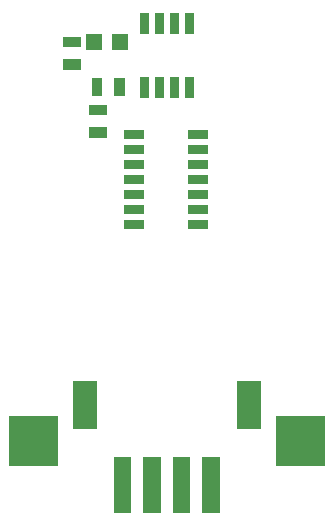
<source format=gbr>
G04 #@! TF.FileFunction,Soldermask,Bot*
%FSLAX46Y46*%
G04 Gerber Fmt 4.6, Leading zero omitted, Abs format (unit mm)*
G04 Created by KiCad (PCBNEW 4.0.6) date 03/20/17 23:06:38*
%MOMM*%
%LPD*%
G01*
G04 APERTURE LIST*
%ADD10C,0.100000*%
G04 APERTURE END LIST*
D10*
G36*
X4500000Y-23499000D02*
X3000000Y-23499000D01*
X3000000Y-18799000D01*
X4500000Y-18799000D01*
X4500000Y-23499000D01*
X4500000Y-23499000D01*
G37*
G36*
X2000000Y-23499000D02*
X500000Y-23499000D01*
X500000Y-18799000D01*
X2000000Y-18799000D01*
X2000000Y-23499000D01*
X2000000Y-23499000D01*
G37*
G36*
X-500000Y-23499000D02*
X-2000000Y-23499000D01*
X-2000000Y-18799000D01*
X-500000Y-18799000D01*
X-500000Y-23499000D01*
X-500000Y-23499000D01*
G37*
G36*
X-3000000Y-23499000D02*
X-4500000Y-23499000D01*
X-4500000Y-18799000D01*
X-3000000Y-18799000D01*
X-3000000Y-23499000D01*
X-3000000Y-23499000D01*
G37*
G36*
X13403000Y-19499000D02*
X9203000Y-19499000D01*
X9203000Y-15299000D01*
X13403000Y-15299000D01*
X13403000Y-19499000D01*
X13403000Y-19499000D01*
G37*
G36*
X-9203000Y-19499000D02*
X-13403000Y-19499000D01*
X-13403000Y-15299000D01*
X-9203000Y-15299000D01*
X-9203000Y-19499000D01*
X-9203000Y-19499000D01*
G37*
G36*
X7950000Y-16399000D02*
X5950000Y-16399000D01*
X5950000Y-12299000D01*
X7950000Y-12299000D01*
X7950000Y-16399000D01*
X7950000Y-16399000D01*
G37*
G36*
X-5950000Y-16399000D02*
X-7950000Y-16399000D01*
X-7950000Y-12299000D01*
X-5950000Y-12299000D01*
X-5950000Y-16399000D01*
X-5950000Y-16399000D01*
G37*
G36*
X3504736Y510247D02*
X1804736Y510247D01*
X1804736Y1310247D01*
X3504736Y1310247D01*
X3504736Y510247D01*
X3504736Y510247D01*
G37*
G36*
X-1895264Y510247D02*
X-3595264Y510247D01*
X-3595264Y1310247D01*
X-1895264Y1310247D01*
X-1895264Y510247D01*
X-1895264Y510247D01*
G37*
G36*
X3504736Y1780247D02*
X1804736Y1780247D01*
X1804736Y2580247D01*
X3504736Y2580247D01*
X3504736Y1780247D01*
X3504736Y1780247D01*
G37*
G36*
X-1895264Y1780247D02*
X-3595264Y1780247D01*
X-3595264Y2580247D01*
X-1895264Y2580247D01*
X-1895264Y1780247D01*
X-1895264Y1780247D01*
G37*
G36*
X3504736Y3050247D02*
X1804736Y3050247D01*
X1804736Y3850247D01*
X3504736Y3850247D01*
X3504736Y3050247D01*
X3504736Y3050247D01*
G37*
G36*
X-1895264Y3050247D02*
X-3595264Y3050247D01*
X-3595264Y3850247D01*
X-1895264Y3850247D01*
X-1895264Y3050247D01*
X-1895264Y3050247D01*
G37*
G36*
X3504736Y4320247D02*
X1804736Y4320247D01*
X1804736Y5120247D01*
X3504736Y5120247D01*
X3504736Y4320247D01*
X3504736Y4320247D01*
G37*
G36*
X-1895264Y4320247D02*
X-3595264Y4320247D01*
X-3595264Y5120247D01*
X-1895264Y5120247D01*
X-1895264Y4320247D01*
X-1895264Y4320247D01*
G37*
G36*
X3504736Y5590247D02*
X1804736Y5590247D01*
X1804736Y6390247D01*
X3504736Y6390247D01*
X3504736Y5590247D01*
X3504736Y5590247D01*
G37*
G36*
X-1895264Y5590247D02*
X-3595264Y5590247D01*
X-3595264Y6390247D01*
X-1895264Y6390247D01*
X-1895264Y5590247D01*
X-1895264Y5590247D01*
G37*
G36*
X3504736Y6860247D02*
X1804736Y6860247D01*
X1804736Y7660247D01*
X3504736Y7660247D01*
X3504736Y6860247D01*
X3504736Y6860247D01*
G37*
G36*
X-1895264Y6860247D02*
X-3595264Y6860247D01*
X-3595264Y7660247D01*
X-1895264Y7660247D01*
X-1895264Y6860247D01*
X-1895264Y6860247D01*
G37*
G36*
X3504736Y8130247D02*
X1804736Y8130247D01*
X1804736Y8930247D01*
X3504736Y8930247D01*
X3504736Y8130247D01*
X3504736Y8130247D01*
G37*
G36*
X-1895264Y8130247D02*
X-3595264Y8130247D01*
X-3595264Y8930247D01*
X-1895264Y8930247D01*
X-1895264Y8130247D01*
X-1895264Y8130247D01*
G37*
G36*
X-5092000Y8252000D02*
X-6592000Y8252000D01*
X-6592000Y9152000D01*
X-5092000Y9152000D01*
X-5092000Y8252000D01*
X-5092000Y8252000D01*
G37*
G36*
X-5092000Y10152000D02*
X-6592000Y10152000D01*
X-6592000Y11052000D01*
X-5092000Y11052000D01*
X-5092000Y10152000D01*
X-5092000Y10152000D01*
G37*
G36*
X1035000Y11665000D02*
X235000Y11665000D01*
X235000Y13415000D01*
X1035000Y13415000D01*
X1035000Y11665000D01*
X1035000Y11665000D01*
G37*
G36*
X-1505000Y11665000D02*
X-2305000Y11665000D01*
X-2305000Y13415000D01*
X-1505000Y13415000D01*
X-1505000Y11665000D01*
X-1505000Y11665000D01*
G37*
G36*
X-235000Y11665000D02*
X-1035000Y11665000D01*
X-1035000Y13415000D01*
X-235000Y13415000D01*
X-235000Y11665000D01*
X-235000Y11665000D01*
G37*
G36*
X2305000Y11665000D02*
X1505000Y11665000D01*
X1505000Y13415000D01*
X2305000Y13415000D01*
X2305000Y11665000D01*
X2305000Y11665000D01*
G37*
G36*
X-3553000Y11823000D02*
X-4453000Y11823000D01*
X-4453000Y13323000D01*
X-3553000Y13323000D01*
X-3553000Y11823000D01*
X-3553000Y11823000D01*
G37*
G36*
X-5453000Y11823000D02*
X-6353000Y11823000D01*
X-6353000Y13323000D01*
X-5453000Y13323000D01*
X-5453000Y11823000D01*
X-5453000Y11823000D01*
G37*
G36*
X-7251000Y14030500D02*
X-8751000Y14030500D01*
X-8751000Y14930500D01*
X-7251000Y14930500D01*
X-7251000Y14030500D01*
X-7251000Y14030500D01*
G37*
G36*
X-3280000Y15683000D02*
X-4680000Y15683000D01*
X-4680000Y17083000D01*
X-3280000Y17083000D01*
X-3280000Y15683000D01*
X-3280000Y15683000D01*
G37*
G36*
X-5480000Y15683000D02*
X-6880000Y15683000D01*
X-6880000Y17083000D01*
X-5480000Y17083000D01*
X-5480000Y15683000D01*
X-5480000Y15683000D01*
G37*
G36*
X-7251000Y15930500D02*
X-8751000Y15930500D01*
X-8751000Y16830500D01*
X-7251000Y16830500D01*
X-7251000Y15930500D01*
X-7251000Y15930500D01*
G37*
G36*
X2305000Y17065000D02*
X1505000Y17065000D01*
X1505000Y18815000D01*
X2305000Y18815000D01*
X2305000Y17065000D01*
X2305000Y17065000D01*
G37*
G36*
X1035000Y17065000D02*
X235000Y17065000D01*
X235000Y18815000D01*
X1035000Y18815000D01*
X1035000Y17065000D01*
X1035000Y17065000D01*
G37*
G36*
X-235000Y17065000D02*
X-1035000Y17065000D01*
X-1035000Y18815000D01*
X-235000Y18815000D01*
X-235000Y17065000D01*
X-235000Y17065000D01*
G37*
G36*
X-1505000Y17065000D02*
X-2305000Y17065000D01*
X-2305000Y18815000D01*
X-1505000Y18815000D01*
X-1505000Y17065000D01*
X-1505000Y17065000D01*
G37*
M02*

</source>
